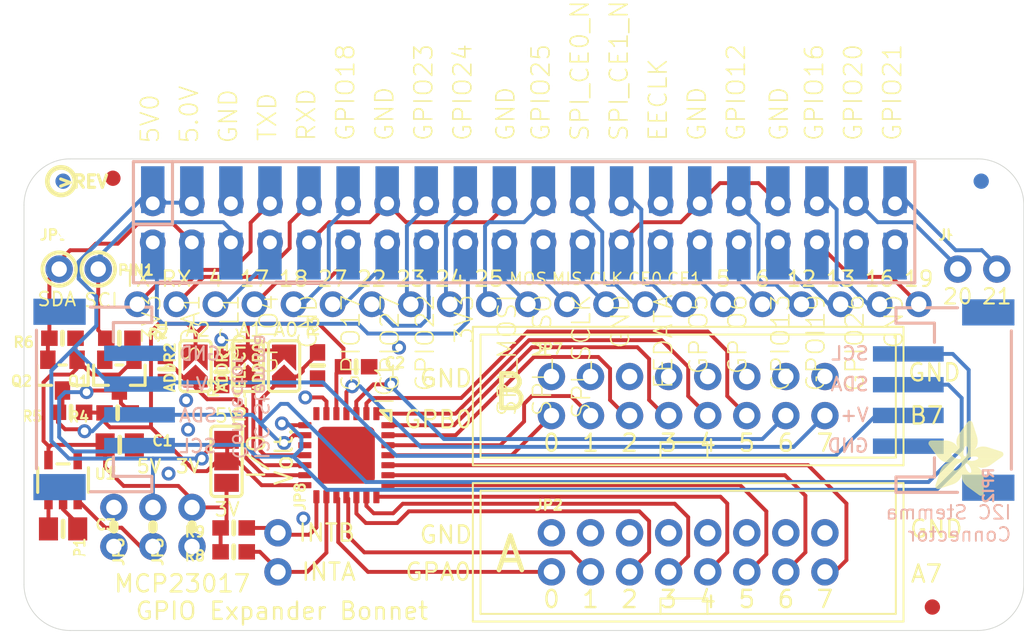
<source format=kicad_pcb>
(kicad_pcb (version 20211014) (generator pcbnew)
  (layers (0 "F.Cu" signal) (31 "B.Cu" signal) (34 "B.Paste" user) (35 "F.Paste" user) (36 "B.SilkS" user "B.Silkscreen") (37 "F.SilkS" user "F.Silkscreen") (38 "B.Mask" user) (39 "F.Mask" user) (44 "Edge.Cuts" user))
  (net 0 "")
  (net 1 "5.0V")
  (net 2 "SDA")
  (net 3 "SCL_3V")
  (net 4 "GPIO4")
  (net 5 "GPIO17")
  (net 6 "GPIO27")
  (net 7 "GPIO22")
  (net 8 "SPI_MOSI")
  (net 9 "SPI_MISO")
  (net 10 "SPI_SCLK")
  (net 11 "GPIO5")
  (net 12 "GPIO6")
  (net 13 "GPIO13")
  (net 14 "GPIO26")
  (net 15 "3.3V")
  (net 16 "GND")
  (net 17 "TXD")
  (net 18 "RXD")
  (net 19 "GPIO24")
  (net 20 "GPIO25")
  (net 21 "SPI_CE0")
  (net 22 "SPI_CE1")
  (net 23 "EECLK")
  (net 24 "GPIO16")
  (net 25 "GPIO20")
  (net 26 "GPIO23")
  (net 27 "EEDATA")
  (net 28 "GPIO12")
  (net 29 "GPA0")
  (net 30 "GPA1")
  (net 31 "GPA2")
  (net 32 "GPA3")
  (net 33 "GPA4")
  (net 34 "GPA5")
  (net 35 "GPA6")
  (net 36 "GPA7")
  (net 37 "GPB0")
  (net 38 "GPB1")
  (net 39 "GPB2")
  (net 40 "GPB3")
  (net 41 "GPB4")
  (net 42 "GPB5")
  (net 43 "GPB6")
  (net 44 "GPB7")
  (net 45 "VCCIO")
  (net 46 "INTA")
  (net 47 "INTB")
  (net 48 "A0")
  (net 49 "A1")
  (net 50 "A2")
  (net 51 "SCL")
  (net 52 "GPIO19")
  (net 53 "GPIO21")
  (net 54 "GPIO18")
  (net 55 "SDA_3V")
  (net 56 "N$1")
  (net 57 "PI_3V")
  (footprint "boardEagle:FIDUCIAL_1MM" (layer "F.Cu") (at 121.7796 90.9333)
    (fp_text reference "FID1" hide)
    (fp_text value "FIDUCIAL_1MM" hide)
  )
  (footprint "boardEagle:SOT23-5" (layer "F.Cu") (at 118.5411 110.5548)
    (fp_text reference "U1")
    (fp_text value "")
  )
  (footprint "boardEagle:PCBFEAT-REV-040" (layer "F.Cu") (at 118.4141 91.1238)
    (fp_text reference "U$13" hide)
    (fp_text value "" hide)
  )
  (footprint "boardEagle:0603-NO" (layer "F.Cu") (at 122.0891 106.1868 180)
    (fp_text reference "R4")
    (fp_text value "10K")
  )
  (footprint "boardEagle:SOT23-WIDE" (layer "F.Cu") (at 122.2011 103.7338 180)
    (fp_text reference "Q1")
    (fp_text value "BSS138")
  )
  (footprint "boardEagle:0603-NO" (layer "F.Cu") (at 129.6321 115.2198 180)
    (fp_text reference "R8")
    (fp_text value "10K")
  )
  (footprint "boardEagle:1X02_ROUND" (layer "F.Cu") (at 126.9231 113.6028 90)
    (fp_text reference "JP3")
    (fp_text value "")
  )
  (footprint "boardEagle:1X02_ROUND" (layer "F.Cu") (at 119.5571 96.8388)
    (fp_text reference "JP9")
    (fp_text value "")
  )
  (footprint "boardEagle:SOLDERJUMPER_2WAY_OPEN_NOPASTE" (layer "F.Cu") (at 129.1671 109.3388 -90)
    (fp_text reference "VIO_SELECT0")
    (fp_text value "")
  )
  (footprint "boardEagle:PI_BONNET_2STEMMA_SMT" (layer "F.Cu") (at 116.0011 120.3338)
    (fp_text reference "RPI2")
    (fp_text value "PIBONNET_STEMMA_2STEMMA_SMTTHM")
    (fp_line (start 0 -27.6604) (end 0 -3) (layer "Edge.Cuts") (width 0.05))
    (fp_line (start 3 0) (end 62 0) (layer "Edge.Cuts") (width 0.05))
    (fp_line (start 65 -3) (end 65 -27.6604) (layer "Edge.Cuts") (width 0.05))
    (fp_line (start 62 -30.6604) (end 3 -30.6604) (layer "Edge.Cuts") (width 0.05))
    (fp_arc (start 62 -30.6604) (mid 64.12132 -29.78172) (end 65 -27.6604) (layer "Edge.Cuts") (width 0.05))
    (fp_arc (start 0 -27.6604) (mid 0.87868 -29.78172) (end 3 -30.6604) (layer "Edge.Cuts") (width 0.05))
    (fp_arc (start 3 0) (mid 0.87868 -0.87868) (end 0 -3) (layer "Edge.Cuts") (width 0.05))
    (fp_arc (start 65 -3) (mid 64.12132 -0.87868) (end 62 0) (layer "Edge.Cuts") (width 0.05))
  )
  (footprint "boardEagle:1X02_ROUND" (layer "F.Cu") (at 177.9771 96.8388)
    (fp_text reference "JP5")
    (fp_text value "")
  )
  (footprint "boardEagle:0603-NO" (layer "F.Cu") (at 119.0571 106.1498 180)
    (fp_text reference "R5")
    (fp_text value "10K")
  )
  (footprint "boardEagle:2X08_SHROUDED" (layer "F.Cu") (at 159.1811 105.0938)
    (fp_text reference "JP7")
    (fp_text value "")
  )
  (footprint "boardEagle:1X02_ROUND" (layer "F.Cu") (at 132.5111 115.2538 -90)
    (fp_text reference "JP8")
    (fp_text value "")
  )
  (footprint "boardEagle:ADAFRUIT_5MM" (layer "F.Cu") (at 174.8021 111.5708)
    (fp_text reference "U$12" hide)
    (fp_text value "" hide)
  )
  (footprint "boardEagle:2X08_SHROUDED" (layer "F.Cu") (at 159.1811 115.2538)
    (fp_text reference "JP2")
    (fp_text value "")
  )
  (footprint "boardEagle:0603-NO" (layer "F.Cu") (at 135.0831 103.1078 90)
    (fp_text reference "R3")
    (fp_text value "10K")
  )
  (footprint "boardEagle:0603-NO" (layer "F.Cu") (at 128.8521 103.5238 -90)
    (fp_text reference "R2")
    (fp_text value "10K")
  )
  (footprint "boardEagle:SOT23-WIDE" (layer "F.Cu") (at 118.5011 103.7338 180)
    (fp_text reference "Q2")
    (fp_text value "BSS138")
  )
  (footprint "boardEagle:0805-NO" (layer "F.Cu") (at 122.2241 108.2688)
    (fp_text reference "C1")
    (fp_text value "10uF")
  )
  (footprint "boardEagle:SOLDERJUMPER_ARROW_NOPASTE" (layer "F.Cu") (at 127.1521 103.1428 90)
    (fp_text reference "ADDR2")
    (fp_text value "")
  )
  (footprint "boardEagle:0603-NO" (layer "F.Cu") (at 125.1921 103.3348 90)
    (fp_text reference "R1")
    (fp_text value "10K")
  )
  (footprint "boardEagle:0805-NO" (layer "F.Cu") (at 118.5411 113.7298)
    (fp_text reference "C3")
    (fp_text value "10uF")
  )
  (footprint "boardEagle:0603-NO" (layer "F.Cu") (at 118.5011 101.3338 180)
    (fp_text reference "R6")
    (fp_text value "10K")
  )
  (footprint "boardEagle:1X21_ROUND_70MIL" (layer "F.Cu") (at 148.7671 99.1248)
    (fp_text reference "PIN1")
    (fp_text value "HEADER-1X21")
  )
  (footprint "boardEagle:FIDUCIAL_1MM" (layer "F.Cu") (at 175.0561 118.8098)
    (fp_text reference "FID2" hide)
    (fp_text value "FIDUCIAL_1MM" hide)
  )
  (footprint "boardEagle:0603-NO" (layer "F.Cu") (at 129.6321 113.6658 180)
    (fp_text reference "R9")
    (fp_text value "10K")
  )
  (footprint "boardEagle:SOLDERJUMPER_ARROW_NOPASTE" (layer "F.Cu") (at 130.5521 103.1428 90)
    (fp_text reference "ADDR1")
    (fp_text value "")
  )
  (footprint "boardEagle:SOLDERJUMPER_ARROW_NOPASTE" (layer "F.Cu") (at 132.9091 103.1428 90)
    (fp_text reference "ADDR0")
    (fp_text value "")
  )
  (footprint "boardEagle:0603-NO" (layer "F.Cu") (at 122.2011 101.3338)
    (fp_text reference "R7")
    (fp_text value "10K")
  )
  (footprint "boardEagle:1X02_ROUND" (layer "F.Cu") (at 124.3831 113.6028 90)
    (fp_text reference "JP6")
    (fp_text value "")
  )
  (footprint "boardEagle:QFN28-ML_6X6MM" (layer "F.Cu") (at 136.9601 108.9388 -90)
    (fp_text reference "IC1")
    (fp_text value "MCP23017ML")
  )
  (footprint "boardEagle:0603-NO" (layer "F.Cu") (at 137.5911 103.1888)
    (fp_text reference "C2")
    (fp_text value "0.1uF")
  )
  (footprint "boardEagle:1X02_ROUND" (layer "F.Cu") (at 121.8431 113.6028 90)
    (fp_text reference "JP1")
    (fp_text value "")
  )
  (gr_line (start 124.3831 113.7298) (end 124.3831 113.4758) (layer "F.SilkS") (width 0.6096))
  (gr_circle (center 118.2871 96.8388) (end 119.372187 96.8388) (layer "F.SilkS") (width 0.254) (fill none))
  (gr_line (start 126.9231 113.7298) (end 126.9231 113.4758) (layer "F.SilkS") (width 0.6096))
  (gr_line (start 121.8431 113.7298) (end 121.8431 113.4758) (layer "F.SilkS") (width 0.6096))
  (gr_circle (center 120.8271 96.8388) (end 121.919593 96.8388) (layer "F.SilkS") (width 0.254) (fill none))
  (gr_text "I2C Stemma\nConnector" (at 129.4631 109.2848 -90) (layer "B.SilkS") (effects (font (size 0.89408 0.89408) (thickness 0.12192)) (justify left bottom mirror)))
  (gr_text "I2C Stemma\nConnector" (at 180.2631 114.6188) (layer "B.SilkS") (effects (font (size 0.89408 0.89408) (thickness 0.12192)) (justify left bottom mirror)))
  (gr_text "13" (at 169.0871 97.4738) (layer "F.SilkS") (effects (font (size 1.00584 1.00584) (thickness 0.13716))))
  (gr_text "GND" (at 175.3101 113.7298) (layer "F.SilkS") (effects (font (size 1.1176 1.1176) (thickness 0.1524))))
  (gr_text "7" (at 168.0711 118.3018) (layer "F.SilkS") (effects (font (size 1.1176 1.1176) (thickness 0.1524))))
  (gr_text "5" (at 162.9911 118.3018) (layer "F.SilkS") (effects (font (size 1.1176 1.1176) (thickness 0.1524))))
  (gr_text "GPB0" (at 142.9251 106.6178) (layer "F.SilkS") (effects (font (size 1.1176 1.1176) (thickness 0.1524))))
  (gr_text "CE1" (at 158.9271 97.4738) (layer "F.SilkS") (effects (font (size 0.78232 0.78232) (thickness 0.10668))))
  (gr_text "TX" (at 123.3671 97.4738) (layer "F.SilkS") (effects (font (size 1.00584 1.00584) (thickness 0.13716))))
  (gr_text "CE0" (at 156.3871 97.4738) (layer "F.SilkS") (effects (font (size 0.78232 0.78232) (thickness 0.10668))))
  (gr_text "A" (at 147.6241 115.3808) (layer "F.SilkS") (effects (font (size 2.2352 2.2352) (thickness 0.3048))))
  (gr_text "16" (at 171.6271 97.4738) (layer "F.SilkS") (effects (font (size 1.00584 1.00584) (thickness 0.13716))))
  (gr_text "B7" (at 174.6751 106.3638) (layer "F.SilkS") (effects (font (size 1.1176 1.1176) (thickness 0.1524))))
  (gr_text "INTA" (at 135.8131 116.5238) (layer "F.SilkS") (effects (font (size 1.1176 1.1176) (thickness 0.1524))))
  (gr_text "3V" (at 129.2091 112.4598) (layer "F.SilkS") (effects (font (size 0.89408 0.89408) (thickness 0.12192))))
  (gr_text "23" (at 141.1471 97.4738) (layer "F.SilkS") (effects (font (size 1.00584 1.00584) (thickness 0.13716))))
  (gr_text "2" (at 155.3711 108.1418) (layer "F.SilkS") (effects (font (size 1.1176 1.1176) (thickness 0.1524))))
  (gr_text "A0" (at 133.0191 100.7758) (layer "F.SilkS") (effects (font (size 0.89408 0.89408) (thickness 0.12192))))
  (gr_text "B" (at 147.6241 104.8398) (layer "F.SilkS") (effects (font (size 2.2352 2.2352) (thickness 0.3048))))
  (gr_text "GPA0" (at 142.9251 116.5238) (layer "F.SilkS") (effects (font (size 1.1176 1.1176) (thickness 0.1524))))
  (gr_text "4" (at 160.4511 118.3018) (layer "F.SilkS") (effects (font (size 1.1176 1.1176) (thickness 0.1524))))
  (gr_text "20" (at 176.7071 98.6168) (layer "F.SilkS") (effects (font (size 1.00584 1.00584) (thickness 0.13716))))
  (gr_text "RX" (at 125.9071 97.4738) (layer "F.SilkS") (effects (font (size 1.00584 1.00584) (thickness 0.13716))))
  (gr_text "INTB" (at 135.6861 113.9838) (layer "F.SilkS") (effects (font (size 1.1176 1.1176) (thickness 0.1524))))
  (gr_text "22" (at 138.6071 97.4738) (layer "F.SilkS") (effects (font (size 1.00584 1.00584) (thickness 0.13716))))
  (gr_text "7" (at 168.0711 108.1418) (layer "F.SilkS") (effects (font (size 1.1176 1.1176) (thickness 0.1524))))
  (gr_text "6" (at 165.5311 118.3018) (layer "F.SilkS") (effects (font (size 1.1176 1.1176) (thickness 0.1524))))
  (gr_text "5V" (at 129.2091 106.3638) (layer "F.SilkS") (effects (font (size 0.89408 0.89408) (thickness 0.12192))))
  (gr_text "24" (at 143.6871 97.4738) (layer "F.SilkS") (effects (font (size 1.00584 1.00584) (thickness 0.13716))))
  (gr_text "SCL" (at 121.1573 98.8708) (layer "F.SilkS") (effects (font (size 0.89408 0.89408) (thickness 0.12192))))
  (gr_text "5" (at 161.4671 97.4738) (layer "F.SilkS") (effects (font (size 1.00584 1.00584) (thickness 0.13716))))
  (gr_text "5" (at 162.9911 108.1418) (layer "F.SilkS") (effects (font (size 1.1176 1.1176) (thickness 0.1524))))
  (gr_text "A2" (at 127.3041 100.7758) (layer "F.SilkS") (effects (font (size 0.89408 0.89408) (thickness 0.12192))))
  (gr_text "2" (at 155.3711 118.3018) (layer "F.SilkS") (effects (font (size 1.1176 1.1176) (thickness 0.1524))))
  (gr_text "4" (at 160.4511 108.1418) (layer "F.SilkS") (effects (font (size 1.1176 1.1176) (thickness 0.1524))))
  (gr_text "1" (at 152.8311 108.1418) (layer "F.SilkS") (effects (font (size 1.1176 1.1176) (thickness 0.1524))))
  (gr_text "MIS" (at 151.3071 97.4738) (layer "F.SilkS") (effects (font (size 0.78232 0.78232) (thickness 0.10668))))
  (gr_text "27" (at 136.0671 97.4738) (layer "F.SilkS") (effects (font (size 1.00584 1.00584) (thickness 0.13716))))
  (gr_text "MCP23017" (at 126.2881 117.2858) (layer "F.SilkS") (effects (font (size 1.1176 1.1176) (thickness 0.1524))))
  (gr_text "GPIO Expander Bonnet" (at 132.7651 119.0638) (layer "F.SilkS") (effects (font (size 1.1176 1.1176) (thickness 0.1524))))
  (gr_text "3" (at 157.9111 118.3018) (layer "F.SilkS") (effects (font (size 1.1176 1.1176) (thickness 0.1524))))
  (gr_text "18" (at 133.5271 97.4738) (layer "F.SilkS") (effects (font (size 1.00584 1.00584) (thickness 0.13716))))
  (gr_text "1" (at 152.8311 118.3018) (layer "F.SilkS") (effects (font (size 1.1176 1.1176) (thickness 0.1524))))
  (gr_text "I/O\nVolt." (at 132.0031 109.0308 90) (layer "F.SilkS") (effects (font (size 1.1176 1.1176) (thickness 0.1524))))
  (gr_text "17" (at 130.9871 97.4738) (layer "F.SilkS") (effects (font (size 1.00584 1.00584) (thickness 0.13716))))
  (gr_text "25" (at 146.2271 97.4738) (layer "F.SilkS") (effects (font (size 1.00584 1.00584) (thickness 0.13716))))
  (gr_text "0" (at 150.2911 108.1418) (layer "F.SilkS") (effects (font (size 1.1176 1.1176) (thickness 0.1524))))
  (gr_text "19" (at 174.1671 97.4738) (layer "F.SilkS") (effects (font (size 1.00584 1.00584) (thickness 0.13716))))
  (gr_text "G" (at 121.5891 109.6658) (layer "F.SilkS") (effects (font (size 0.87376 0.87376) (thickness 0.14224))))
  (gr_text "3" (at 157.9111 108.1418) (layer "F.SilkS") (effects (font (size 1.1176 1.1176) (thickness 0.1524))))
  (gr_text "GND" (at 143.4331 103.9508) (layer "F.SilkS") (effects (font (size 1.1176 1.1176) (thickness 0.1524))))
  (gr_text "CLK" (at 153.8471 97.4738) (layer "F.SilkS") (effects (font (size 0.78232 0.78232) (thickness 0.10668))))
  (gr_text "GND" (at 175.1831 103.5698) (layer "F.SilkS") (effects (font (size 1.1176 1.1176) (thickness 0.1524))))
  (gr_text "GND" (at 143.4331 114.1108) (layer "F.SilkS") (effects (font (size 1.1176 1.1176) (thickness 0.1524))))
  (gr_text "MOS" (at 148.7671 97.4738) (layer "F.SilkS") (effects (font (size 0.78232 0.78232) (thickness 0.10668))))
  (gr_text "4" (at 128.4471 97.4738) (layer "F.SilkS") (effects (font (size 1.00584 1.00584) (thickness 0.13716))))
  (gr_text "6" (at 164.0071 97.4738) (layer "F.SilkS") (effects (font (size 1.00584 1.00584) (thickness 0.13716))))
  (gr_text "A1" (at 130.7331 100.7758) (layer "F.SilkS") (effects (font (size 0.89408 0.89408) (thickness 0.12192))))
  (gr_text "21" (at 179.2471 98.6168) (layer "F.SilkS") (effects (font (size 1.00584 1.00584) (thickness 0.13716))))
  (gr_text "5V" (at 124.1291 109.6658) (layer "F.SilkS") (effects (font (size 0.87376 0.87376) (thickness 0.14224))))
  (gr_text "SDA" (at 118.1347 98.7946) (layer "F.SilkS") (effects (font (size 0.89408 0.89408) (thickness 0.12192))))
  (gr_text "12" (at 166.5471 97.4738) (layer "F.SilkS") (effects (font (size 1.00584 1.00584) (thickness 0.13716))))
  (gr_text "6" (at 165.5311 108.1418) (layer "F.SilkS") (effects (font (size 1.1176 1.1176) (thickness 0.1524))))
  (gr_text "A7" (at 174.6751 116.6508) (layer "F.SilkS") (effects (font (size 1.1176 1.1176) (thickness 0.1524))))
  (gr_text "3V" (at 126.6691 109.6658) (layer "F.SilkS") (effects (font (size 0.87376 0.87376) (thickness 0.14224))))
  (gr_text "0" (at 150.2911 118.3018) (layer "F.SilkS") (effects (font (size 1.1176 1.1176) (thickness 0.1524))))
  (segment (start 123.567312 114.8728) (end 122.348112 113.6536) (width 0.254) (layer "F.Cu") (net 1))
  (segment (start 117.5911 110.7428) (end 117.5911 111.8549) (width 0.254) (layer "F.Cu") (net 1))
  (segment (start 119.1761 110.5548) (end 117.7791 110.5548) (width 0.254) (layer "F.Cu") (net 1))
  (segment (start 119.4911 110.8698) (end 119.1761 110.5548) (width 0.254) (layer "F.Cu") (net 1))
  (segment (start 127.5581 109.0308) (end 127.5581 109.1578) (width 0.254) (layer "F.Cu") (net 1))
  (segment (start 121.2898 113.6536) (end 119.4911 111.8549) (width 0.254) (layer "F.Cu") (net 1))
  (segment (start 122.348112 113.6536) (end 121.2898 113.6536) (width 0.254) (layer "F.Cu") (net 1))
  (segment (start 119.4911 111.8549) (end 119.4911 110.8698) (width 0.254) (layer "F.Cu") (net 1))
  (segment (start 129.1671 107.9418) (end 128.6471 107.9418) (width 0.254) (layer "F.Cu") (net 1))
  (segment (start 117.7791 110.5548) (end 117.5911 110.7428) (width 0.254) (layer "F.Cu") (net 1))
  (segment (start 128.6471 107.9418) (end 127.5581 109.0308) (width 0.254) (layer "F.Cu") (net 1))
  (segment (start 117.5911 111.8549) (end 117.5911 113.7298) (width 0.254) (layer "F.Cu") (net 1))
  (segment (start 124.3831 114.8728) (end 123.567312 114.8728) (width 0.254) (layer "F.Cu") (net 1))
  (via (at 127.5581 109.1578) (size 0.9064) (drill 0.5) (layers "F.Cu" "B.Cu") (net 1))
  (segment (start 125.2151 92.5208) (end 126.9107 92.5208) (width 0.254) (layer "B.Cu") (net 1))
  (segment (start 124.3707 92.5634) (end 124.3711 92.5638) (width 0.254) (layer "B.Cu") (net 1))
  (segment (start 117.7791 103.4428) (end 117.7791 108.0148) (width 0.254) (layer "B.Cu") (net 1))
  (segment (start 173.4911 106.3538) (end 171.3831 106.3538) (width 0.254) (layer "B.Cu") (net 1))
  (segment (start 140.2073 108.98) (end 135.4321 104.2048) (width 0.254) (layer "B.Cu") (net 1))
  (segment (start 119.5571 96.363) (end 119.5571 97.4738) (width 0.254) (layer "B.Cu") (net 1))
  (segment (start 118.9221 109.1578) (end 117.7791 108.0148) (width 0.254) (layer "B.Cu") (net 1))
  (segment (start 127.5581 109.1578) (end 124.3831 109.1578) (width 0.254) (layer "B.Cu") (net 1))
  (segment (start 124.2437 91.6764) (end 119.5571 96.363) (width 0.254) (layer "B.Cu") (net 1))
  (segment (start 126.9107 91.6764) (end 126.9107 92.5208) (width 0.254) (layer "B.Cu") (net 1))
  (segment (start 119.5571 97.4738) (end 120.7001 98.6168) (width 0.254) (layer "B.Cu") (net 1))
  (segment (start 124.3831 109.1578) (end 124.3831 112.3328) (width 0.254) (layer "B.Cu") (net 1))
  (segment (start 119.2396 101.9823) (end 117.7791 103.4428) (width 0.254) (layer "B.Cu") (net 1))
  (segment (start 171.3831 106.3538) (end 168.7569 108.98) (width 0.254) (layer "B.Cu") (net 1))
  (segment (start 168.7569 108.98) (end 140.2073 108.98) (width 0.254) (layer "B.Cu") (net 1))
  (segment (start 124.3707 91.6764) (end 124.3707 92.5634) (width 0.254) (layer "B.Cu") (net 1))
  (segment (start 120.7001 98.6168) (end 120.7001 100.5218) (width 0.254) (layer "B.Cu") (net 1))
  (segment (start 124.3831 109.1578) (end 118.9221 109.1578) (width 0.254) (layer "B.Cu") (net 1))
  (segment (start 124.3831 112.3328) (end 124.3831 114.8728) (width 0.254) (layer "B.Cu") (net 1))
  (segment (start 126.9107 92.5208) (end 126.9107 92.5634) (width 0.254) (layer "B.Cu") (net 1))
  (segment (start 124.3707 91.6764) (end 125.2151 92.5208) (width 0.254) (layer "B.Cu") (net 1))
  (segment (start 135.4321 104.2048) (end 123.6201 104.2048) (width 0.254) (layer "B.Cu") (net 1))
  (segment (start 123.6201 104.2048) (end 123.5111 104.3138) (width 0.254) (layer "B.Cu") (net 1))
  (segment (start 126.9107 92.5634) (end 126.9111 92.5638) (width 0.254) (layer "B.Cu") (net 1))
  (segment (start 124.3707 91.6764) (end 124.2437 91.6764) (width 0.254) (layer "B.Cu") (net 1))
  (segment (start 123.6201 104.2048) (end 121.4621 104.2048) (width 0.254) (layer "B.Cu") (net 1))
  (segment (start 121.4621 104.2048) (end 119.2396 101.9823) (width 0.254) (layer "B.Cu") (net 1))
  (segment (start 120.7001 100.5218) (end 119.2396 101.9823) (width 0.254) (layer "B.Cu") (net 1))
  (segment (start 119.8111 107.2528) (end 118.6681 107.2528) (width 0.254) (layer "F.Cu") (net 2))
  (segment (start 118.2071 106.1498) (end 118.2071 106.7918) (width 0.254) (layer "F.Cu") (net 2))
  (segment (start 133.5435 107.6388) (end 133.0405 108.1418) (width 0.254) (layer "F.Cu") (net 2))
  (segment (start 133.0405 108.1418) (end 132.9135 108.1418) (width 0.254) (layer "F.Cu") (net 2))
  (segment (start 118.5011 105.8558) (end 118.5011 104.7338) (width 0.254) (layer "F.Cu") (net 2))
  (segment (start 118.2071 106.1498) (end 118.5011 105.8558) (width 0.254) (layer "F.Cu") (net 2))
  (segment (start 118.6681 107.2528) (end 118.2071 106.7918) (width 0.254) (layer "F.Cu") (net 2))
  (segment (start 134.2601 107.6388) (end 133.5435 107.6388) (width 0.254) (layer "F.Cu") (net 2))
  (segment (start 119.9381 107.3798) (end 119.8111 107.2528) (width 0.254) (layer "F.Cu") (net 2))
  (via (at 119.9381 107.3798) (size 0.9064) (drill 0.5) (layers "F.Cu" "B.Cu") (net 2))
  (via (at 132.9135 108.1418) (size 0.9064) (drill 0.5) (layers "F.Cu" "B.Cu") (net 2))
  (segment (start 123.5111 106.3138) (end 130.8315 106.3138) (width 0.254) (layer "B.Cu") (net 2))
  (segment (start 176.9611 105.2208) (end 176.0941 104.3538) (width 0.254) (layer "B.Cu") (net 2))
  (segment (start 131.403 106.8853) (end 130.8315 106.3138) (width 0.254) (layer "B.Cu") (net 2))
  (segment (start 132.6865 105.6018) (end 131.403 106.8853) (width 0.254) (layer "B.Cu") (net 2))
  (segment (start 120.4461 107.3798) (end 119.9381 107.3798) (width 0.254) (layer "B.Cu") (net 2))
  (segment (start 176.9611 105.2208) (end 176.9611 108.5228) (width 0.254) (layer "B.Cu") (net 2))
  (segment (start 132.6595 108.1418) (end 131.403 106.8853) (width 0.254) (layer "B.Cu") (net 2))
  (segment (start 132.6865 105.6018) (end 133.1461 105.6018) (width 0.254) (layer "B.Cu") (net 2))
  (segment (start 132.6595 108.1418) (end 132.9135 108.1418) (width 0.254) (layer "B.Cu") (net 2))
  (segment (start 176.0941 104.3538) (end 173.4911 104.3538) (width 0.254) (layer "B.Cu") (net 2))
  (segment (start 176.9611 108.5228) (end 174.8021 110.6818) (width 0.254) (layer "B.Cu") (net 2))
  (segment (start 174.8021 110.6818) (end 138.2261 110.6818) (width 0.254) (layer "B.Cu") (net 2))
  (segment (start 121.5121 106.3138) (end 120.4461 107.3798) (width 0.254) (layer "B.Cu") (net 2))
  (segment (start 133.1461 105.6018) (end 138.2261 110.6818) (width 0.254) (layer "B.Cu") (net 2))
  (segment (start 123.5111 106.3138) (end 121.5121 106.3138) (width 0.254) (layer "B.Cu") (net 2))
  (segment (start 120.8271 100.8098) (end 120.8271 96.8388) (width 0.254) (layer "F.Cu") (net 3))
  (segment (start 121.3511 101.3338) (end 121.3511 102.6338) (width 0.254) (layer "F.Cu") (net 3))
  (segment (start 121.3511 101.3338) (end 120.8271 100.8098) (width 0.254) (layer "F.Cu") (net 3))
  (segment (start 121.3511 102.6338) (end 121.2511 102.7338) (width 0.254) (layer "F.Cu") (net 3))
  (segment (start 120.8271 96.0768) (end 120.8271 96.8388) (width 0.254) (layer "B.Cu") (net 3))
  (segment (start 128.9551 93.7908) (end 123.1131 93.7908) (width 0.254) (layer "B.Cu") (net 3))
  (segment (start 123.1131 93.7908) (end 120.8271 96.0768) (width 0.254) (layer "B.Cu") (net 3))
  (segment (start 128.9551 93.7908) (end 129.4511 94.2868) (width 0.254) (layer "B.Cu") (net 3))
  (segment (start 129.4511 95.9944) (end 129.4511 95.1038) (width 0.254) (layer "B.Cu") (net 3))
  (segment (start 129.4511 94.2868) (end 129.4511 95.1038) (width 0.254) (layer "B.Cu") (net 3))
  (segment (start 129.4507 95.9944) (end 129.4511 95.9944) (width 0.254) (layer "B.Cu") (net 3))
  (segment (start 129.0821 99.1248) (end 128.4471 99.1248) (width 0.254) (layer "B.Cu") (net 4))
  (segment (start 131.9907 95.9944) (end 131.9907 96.2162) (width 0.254) (layer "B.Cu") (net 4))
  (segment (start 131.9911 95.9944) (end 131.9911 95.1038) (width 0.254) (layer "B.Cu") (net 4))
  (segment (start 131.9907 95.9944) (end 131.9911 95.9944) (width 0.254) (layer "B.Cu") (net 4))
  (segment (start 131.9907 96.2162) (end 129.0821 99.1248) (width 0.254) (layer "B.Cu") (net 4))
  (segment (start 132.3841 97.7278) (end 130.9871 99.1248) (width 0.254) (layer "F.Cu") (net 5))
  (segment (start 137.0711 96.2158) (end 135.5591 97.7278) (width 0.254) (layer "F.Cu") (net 5))
  (segment (start 137.0711 95.1038) (end 137.0711 96.2158) (width 0.254) (layer "F.Cu") (net 5))
  (segment (start 135.5591 97.7278) (end 132.3841 97.7278) (width 0.254) (layer "F.Cu") (net 5))
  (segment (start 137.0707 95.3148) (end 137.0711 95.3148) (width 0.254) (layer "B.Cu") (net 5))
  (segment (start 137.0711 95.3148) (end 137.0711 95.1038) (width 0.254) (layer "B.Cu") (net 5))
  (segment (start 137.0707 95.9944) (end 137.0707 95.3148) (width 0.254) (layer "B.Cu") (net 5))
  (segment (start 136.8291 99.1248) (end 136.0671 99.1248) (width 0.254) (layer "B.Cu") (net 6))
  (segment (start 139.6107 95.1038) (end 139.6111 95.1038) (width 0.254) (layer "B.Cu") (net 6))
  (segment (start 139.6107 96.3432) (end 136.8291 99.1248) (width 0.254) (layer "B.Cu") (net 6))
  (segment (start 139.6107 95.9944) (end 139.6107 95.1038) (width 0.254) (layer "B.Cu") (net 6))
  (segment (start 139.6107 95.9944) (end 139.6107 96.3432) (width 0.254) (layer "B.Cu") (net 6))
  (segment (start 142.1511 95.9944) (end 142.1511 95.9378) (width 0.254) (layer "B.Cu") (net 7))
  (segment (start 138.6071 99.1248) (end 140.0041 100.5218) (width 0.254) (layer "B.Cu") (net 7))
  (segment (start 140.0041 100.5218) (end 141.7821 100.5218) (width 0.254) (layer "B.Cu") (net 7))
  (segment (start 142.3155 99.9884) (end 142.3155 98.640832) (width 0.254) (layer "B.Cu") (net 7))
  (segment (start 142.1507 95.9944) (end 142.1511 95.9944) (width 0.254) (layer "B.Cu") (net 7))
  (segment (start 142.2901 96.8388) (end 142.6711 96.4578) (width 0.254) (layer "B.Cu") (net 7))
  (segment (start 142.6711 96.4578) (end 142.1511 95.9378) (width 0.254) (layer "B.Cu") (net 7))
  (segment (start 142.3155 98.640832) (end 142.2901 98.615432) (width 0.254) (layer "B.Cu") (net 7))
  (segment (start 141.7821 100.5218) (end 142.3155 99.9884) (width 0.254) (layer "B.Cu") (net 7))
  (segment (start 142.1511 95.9378) (end 142.1511 95.1038) (width 0.254) (layer "B.Cu") (net 7))
  (segment (start 142.2901 98.615432) (end 142.2901 96.8388) (width 0.254) (layer "B.Cu") (net 7))
  (segment (start 147.2307 97.5884) (end 148.7671 99.1248) (width 0.254) (layer "B.Cu") (net 8))
  (segment (start 147.2307 95.9944) (end 147.2307 97.5884) (width 0.254) (layer "B.Cu") (net 8))
  (segment (start 147.2307 95.9944) (end 147.2311 95.9944) (width 0.254) (layer "B.Cu") (net 8))
  (segment (start 147.2311 95.9944) (end 147.2311 95.1038) (width 0.254) (layer "B.Cu") (net 8))
  (segment (start 149.7711 95.9944) (end 149.7711 95.1038) (width 0.254) (layer "B.Cu") (net 9))
  (segment (start 149.7707 95.9944) (end 149.7707 97.5884) (width 0.254) (layer "B.Cu") (net 9))
  (segment (start 149.7707 95.9944) (end 149.7711 95.9944) (width 0.254) (layer "B.Cu") (net 9))
  (segment (start 149.7707 97.5884) (end 151.3071 99.1248) (width 0.254) (layer "B.Cu") (net 9))
  (segment (start 152.3107 95.9944) (end 152.3107 97.5884) (width 0.254) (layer "B.Cu") (net 10))
  (segment (start 152.3111 95.9944) (end 152.3111 95.1038) (width 0.254) (layer "B.Cu") (net 10))
  (segment (start 152.3107 95.9944) (end 152.3111 95.9944) (width 0.254) (layer "B.Cu") (net 10))
  (segment (start 152.3107 97.5884) (end 153.8471 99.1248) (width 0.254) (layer "B.Cu") (net 10))
  (segment (start 159.9307 97.5884) (end 161.4671 99.1248) (width 0.254) (layer "B.Cu") (net 11))
  (segment (start 159.9307 95.9944) (end 159.9307 97.5884) (width 0.254) (layer "B.Cu") (net 11))
  (segment (start 159.9307 95.9944) (end 159.9307 95.1042) (width 0.254) (layer "B.Cu") (net 11))
  (segment (start 159.9307 95.1042) (end 159.9311 95.1038) (width 0.254) (layer "B.Cu") (net 11))
  (segment (start 162.4707 97.5884) (end 164.0071 99.1248) (width 0.254) (layer "B.Cu") (net 12))
  (segment (start 162.4707 95.9944) (end 162.4707 95.1042) (width 0.254) (layer "B.Cu") (net 12))
  (segment (start 162.4707 95.1042) (end 162.4711 95.1038) (width 0.254) (layer "B.Cu") (net 12))
  (segment (start 162.4707 95.9944) (end 162.4707 97.5884) (width 0.254) (layer "B.Cu") (net 12))
  (segment (start 168.326468 99.1248) (end 167.158068 97.9564) (width 0.254) (layer "B.Cu") (net 13))
  (segment (start 168.326468 99.1248) (end 169.0871 99.1248) (width 0.254) (layer "B.Cu") (net 13))
  (segment (start 165.0107 95.9944) (end 165.0107 96.207375) (width 0.254) (layer "B.Cu") (net 13))
  (segment (start 166.759725 97.9564) (end 165.0107 96.207375) (width 0.254) (layer "B.Cu") (net 13))
  (segment (start 165.0107 95.1042) (end 165.0111 95.1038) (width 0.254) (layer "B.Cu") (net 13))
  (segment (start 166.759725 97.9564) (end 167.158068 97.9564) (width 0.254) (layer "B.Cu") (net 13))
  (segment (start 165.0107 95.9944) (end 165.0107 95.1042) (width 0.254) (layer "B.Cu") (net 13))
  (segment (start 170.0911 95.994) (end 170.0911 95.1038) (width 0.254) (layer "B.Cu") (net 14))
  (segment (start 170.0907 95.9944) (end 170.0911 95.994) (width 0.254) (layer "B.Cu") (net 14))
  (segment (start 117.2711 104.2048) (end 117.7791 103.6968) (width 0.254) (layer "F.Cu") (net 15))
  (segment (start 123.0511 102.6338) (end 123.1511 102.7338) (width 0.254) (layer "F.Cu") (net 15))
  (segment (start 119.4511 102.7338) (end 120.4141 103.6968) (width 0.254) (layer "F.Cu") (net 15))
  (segment (start 121.2741 109.7318) (end 122.4781 110.9358) (width 0.254) (layer "F.Cu") (net 15))
  (segment (start 117.2711 108.0148) (end 117.2711 104.2048) (width 0.254) (layer "F.Cu") (net 15))
  (segment (start 126.9231 112.3328) (end 129.0401 112.3328) (width 0.254) (layer "F.Cu") (net 15))
  (segment (start 117.5911 108.4568) (end 117.5911 109.2547) (width 0.254) (layer "F.Cu") (net 15))
  (segment (start 126.0341 110.9358) (end 126.9231 111.8248) (width 0.254) (layer "F.Cu") (net 15))
  (segment (start 117.6521 108.3958) (end 117.7791 108.2688) (width 0.254) (layer "F.Cu") (net 15))
  (segment (start 128.7821 113.6658) (end 128.7821 115.2198) (width 0.254) (layer "F.Cu") (net 15))
  (segment (start 129.1671 113.2808) (end 128.7821 113.6658) (width 0.254) (layer "F.Cu") (net 15))
  (segment (start 117.6521 108.3958) (end 117.2711 108.0148) (width 0.254) (layer "F.Cu") (net 15))
  (segment (start 119.4141 103.3318) (end 119.4141 102.6968) (width 0.254) (layer "F.Cu") (net 15))
  (segment (start 129.0401 112.3328) (end 129.1671 112.2058) (width 0.254) (layer "F.Cu") (net 15))
  (segment (start 119.3511 101.3338) (end 119.3511 102.6338) (width 0.254) (layer "F.Cu") (net 15))
  (segment (start 129.1671 110.7358) (end 129.1671 112.2058) (width 0.254) (layer "F.Cu") (net 15))
  (segment (start 122.4781 110.9358) (end 126.0341 110.9358) (width 0.254) (layer "F.Cu") (net 15))
  (segment (start 117.7791 103.6968) (end 119.0491 103.6968) (width 0.254) (layer "F.Cu") (net 15))
  (segment (start 126.9231 111.8248) (end 126.9231 112.3328) (width 0.254) (layer "F.Cu") (net 15))
  (segment (start 117.5911 108.4568) (end 117.6521 108.3958) (width 0.254) (layer "F.Cu") (net 15))
  (segment (start 126.9231 112.3328) (end 126.9231 114.8728) (width 0.254) (layer "F.Cu") (net 15))
  (segment (start 121.2741 108.2688) (end 121.2741 108.3348) (width 0.254) (layer "F.Cu") (net 15))
  (segment (start 117.7791 108.2688) (end 121.2741 108.2688) (width 0.254) (layer "F.Cu") (net 15))
  (segment (start 119.3511 102.6338) (end 119.4141 102.6968) (width 0.254) (layer "F.Cu") (net 15))
  (segment (start 123.0511 101.3338) (end 123.0511 102.6338) (width 0.254) (layer "F.Cu") (net 15))
  (segment (start 119.0491 103.6968) (end 119.4141 103.3318) (width 0.254) (layer "F.Cu") (net 15))
  (segment (start 119.4141 102.6968) (end 119.4511 102.7338) (width 0.254) (layer "F.Cu") (net 15))
  (segment (start 129.1671 112.2058) (end 129.1671 113.2808) (width 0.254) (layer "F.Cu") (net 15))
  (segment (start 120.4141 103.6968) (end 122.1881 103.6968) (width 0.254) (layer "F.Cu") (net 15))
  (segment (start 121.2741 108.2688) (end 121.2741 109.7318) (width 0.254) (layer "F.Cu") (net 15))
  (segment (start 122.1881 103.6968) (end 123.1511 102.7338) (width 0.254) (layer "F.Cu") (net 15))
  (segment (start 147.2311 92.7868) (end 147.2311 92.5638) (width 0.254) (layer "F.Cu") (net 16))
  (segment (start 118.5411 111.8549) (end 118.5411 112.4598) (width 0.254) (layer "F.Cu") (net 16))
  (segment (start 119.4911 113.4098) (end 119.4911 113.7298) (width 0.254) (layer "F.Cu") (net 16))
  (segment (start 158.7041 93.7908) (end 159.9311 92.5638) (width 0.254) (layer "F.Cu") (net 16))
  (segment (start 139.6111 92.6598) (end 139.6111 92.5638) (width 0.254) (layer "F.Cu") (net 16))
  (segment (start 165.0111 92.5088) (end 165.0111 92.5638) (width 0.254) (layer "F.Cu") (net 16))
  (segment (start 135.403843 105.183) (end 134.2891 105.183) (width 0.254) (layer "F.Cu") (net 16))
  (segment (start 128.8521 101.4562) (end 128.8281 101.4322) (width 0.254) (layer "F.Cu") (net 16))
  (segment (start 146.2271 93.7908) (end 147.2311 92.7868) (width 0.254) (layer "F.Cu") (net 16))
  (segment (start 135.6673 105.446457) (end 135.6673 106.2316) (width 0.254) (layer "F.Cu") (net 16))
  (segment (start 140.8381 93.7908) (end 146.2271 93.7908) (width 0.254) (layer "F.Cu") (net 16))
  (segment (start 156.1641 93.7908) (end 158.7041 93.7908) (width 0.254) (layer "F.Cu") (net 16))
  (segment (start 139.6111 92.5638) (end 140.8381 93.7908) (width 0.254) (layer "F.Cu") (net 16))
  (segment (start 134.5311 95.1038) (end 135.8441 93.7908) (width 0.254) (layer "F.Cu") (net 16))
  (segment (start 135.8441 93.7908) (end 138.4801 93.7908) (width 0.254) (layer "F.Cu") (net 16))
  (segment (start 154.8511 95.1038) (end 156.1641 93.7908) (width 0.254) (layer "F.Cu") (net 16))
  (segment (start 135.6673 105.446457) (end 135.403843 105.183) (width 0.254) (layer "F.Cu") (net 16))
  (segment (start 161.2441 91.2508) (end 163.7531 91.2508) (width 0.254) (layer "F.Cu") (net 16))
  (segment (start 159.9311 92.5638) (end 161.2441 91.2508) (width 0.254) (layer "F.Cu") (net 16))
  (segment (start 118.5411 112.4598) (end 119.4911 113.4098) (width 0.254) (layer "F.Cu") (net 16))
  (segment (start 135.6601 106.2388) (end 135.6673 106.2316) (width 0.254) (layer "F.Cu") (net 16))
  (segment (start 163.7531 91.2508) (end 165.0111 92.5088) (width 0.254) (layer "F.Cu") (net 16))
  (segment (start 128.8521 101.4562) (end 128.8521 102.6738) (width 0.254) (layer "F.Cu") (net 16))
  (segment (start 138.4801 93.7908) (end 139.6111 92.6598) (width 0.254) (layer "F.Cu") (net 16))
  (via (at 134.1621 113.057) (size 0.9064) (drill 0.5) (layers "F.Cu" "B.Cu") (net 16))
  (via (at 140.3851 101.9402) (size 0.9064) (drill 0.5) (layers "F.Cu" "B.Cu") (net 16))
  (via (at 125.3991 110.136) (size 0.9064) (drill 0.5) (layers "F.Cu" "B.Cu") (net 16))
  (via (at 134.2891 105.183) (size 0.9064) (drill 0.5) (layers "F.Cu" "B.Cu") (net 16))
  (via (at 128.8281 101.4322) (size 0.9064) (drill 0.5) (layers "F.Cu" "B.Cu") (net 16))
  (via (at 126.6691 107.2742) (size 0.9064) (drill 0.5) (layers "F.Cu" "B.Cu") (net 16))
  (via (at 126.5421 105.3692) (size 0.9064) (drill 0.5) (layers "F.Cu" "B.Cu") (net 16))
  (segment (start 134.5311 95.9944) (end 134.5311 95.1038) (width 0.254) (layer "B.Cu") (net 16))
  (segment (start 134.5307 95.9944) (end 134.5311 95.9944) (width 0.254) (layer "B.Cu") (net 16))
  (segment (start 130.7331 93.8218) (end 130.7331 95.6958) (width 0.254) (layer "F.Cu") (net 17))
  (segment (start 129.5393 96.8896) (end 127.495718 96.8896) (width 0.254) (layer "F.Cu") (net 17))
  (segment (start 126.657518 97.7278) (end 124.7641 97.7278) (width 0.254) (layer "F.Cu") (net 17))
  (segment (start 130.7331 95.6958) (end 129.5393 96.8896) (width 0.254) (layer "F.Cu") (net 17))
  (segment (start 131.9911 92.5638) (end 130.7331 93.8218) (width 0.254) (layer "F.Cu") (net 17))
  (segment (start 127.495718 96.8896) (end 126.657518 97.7278) (width 0.254) (layer "F.Cu") (net 17))
  (segment (start 124.7641 97.7278) (end 123.3671 99.1248) (width 0.254) (layer "F.Cu") (net 17))
  (segment (start 131.9907 92.5634) (end 131.9911 92.5638) (width 0.254) (layer "B.Cu") (net 17))
  (segment (start 131.9907 91.6764) (end 131.9907 92.5634) (width 0.254) (layer "B.Cu") (net 17))
  (segment (start 133.2731 93.8218) (end 133.2731 95.474169) (width 0.254) (layer "F.Cu") (net 18))
  (segment (start 131.400468 97.3468) (end 127.6851 97.3468) (width 0.254) (layer "F.Cu") (net 18))
  (segment (start 134.5311 92.5638) (end 133.2731 93.8218) (width 0.254) (layer "F.Cu") (net 18))
  (segment (start 133.2731 95.474169) (end 131.400468 97.3468) (width 0.254) (layer "F.Cu") (net 18))
  (segment (start 127.6851 97.3468) (end 125.9071 99.1248) (width 0.254) (layer "F.Cu") (net 18))
  (segment (start 134.9241 91.6764) (end 134.9241 92.5638) (width 0.254) (layer "B.Cu") (net 18))
  (segment (start 134.9241 92.5638) (end 134.5311 92.5638) (width 0.254) (layer "B.Cu") (net 18))
  (segment (start 134.5307 91.6764) (end 134.9241 91.6764) (width 0.254) (layer "B.Cu") (net 18))
  (segment (start 143.4331 94.0448) (end 143.4331 98.8708) (width 0.254) (layer "B.Cu") (net 19))
  (segment (start 144.6907 92.7872) (end 143.4331 94.0448) (width 0.254) (layer "B.Cu") (net 19))
  (segment (start 144.6907 91.6764) (end 144.6911 91.6764) (width 0.254) (layer "B.Cu") (net 19))
  (segment (start 144.6907 91.6764) (end 144.6907 92.7872) (width 0.254) (layer "B.Cu") (net 19))
  (segment (start 143.4331 98.8708) (end 143.6871 99.1248) (width 0.254) (layer "B.Cu") (net 19))
  (segment (start 144.6911 91.6764) (end 144.6911 92.5638) (width 0.254) (layer "B.Cu") (net 19))
  (segment (start 148.5131 93.7908) (end 146.2271 93.7908) (width 0.254) (layer "B.Cu") (net 20))
  (segment (start 149.7707 91.6764) (end 149.7711 91.6764) (width 0.254) (layer "B.Cu") (net 20))
  (segment (start 149.7711 91.6764) (end 149.7711 92.5638) (width 0.254) (layer "B.Cu") (net 20))
  (segment (start 145.9731 94.0448) (end 145.9731 98.8708) (width 0.254) (layer "B.Cu") (net 20))
  (segment (start 149.7707 91.6764) (end 149.7707 92.5332) (width 0.254) (layer "B.Cu") (net 20))
  (segment (start 146.2271 93.7908) (end 145.9731 94.0448) (width 0.254) (layer "B.Cu") (net 20))
  (segment (start 149.7707 92.5332) (end 148.5131 93.7908) (width 0.254) (layer "B.Cu") (net 20))
  (segment (start 145.9731 98.8708) (end 146.2271 99.1248) (width 0.254) (layer "B.Cu") (net 20))
  (segment (start 155.7521 99.1248) (end 156.3871 99.1248) (width 0.254) (layer "B.Cu") (net 21))
  (segment (start 153.5931 94.4258) (end 153.5931 97.489775) (width 0.254) (layer "B.Cu") (net 21))
  (segment (start 152.3107 92.5638) (end 152.3111 92.5638) (width 0.254) (layer "B.Cu") (net 21))
  (segment (start 153.5931 97.489775) (end 153.951925 97.8486) (width 0.254) (layer "B.Cu") (net 21))
  (segment (start 152.3107 91.6764) (end 152.3107 93.1434) (width 0.254) (layer "B.Cu") (net 21))
  (segment (start 153.951925 97.8486) (end 154.4759 97.8486) (width 0.254) (layer "B.Cu") (net 21))
  (segment (start 154.4759 97.8486) (end 155.7521 99.1248) (width 0.254) (layer "B.Cu") (net 21))
  (segment (start 152.3107 91.6764) (end 152.3107 92.5638) (width 0.254) (layer "B.Cu") (net 21))
  (segment (start 152.3107 93.1434) (end 153.5931 94.4258) (width 0.254) (layer "B.Cu") (net 21))
  (segment (start 156.491925 97.8486) (end 156.8889 97.8486) (width 0.254) (layer "B.Cu") (net 22))
  (segment (start 158.1651 99.1248) (end 158.9271 99.1248) (width 0.254) (layer "B.Cu") (net 22))
  (segment (start 154.8511 91.6764) (end 154.8511 92.5638) (width 0.254) (layer "B.Cu") (net 22))
  (segment (start 154.8507 91.6764) (end 156.1331 92.9588) (width 0.254) (layer "B.Cu") (net 22))
  (segment (start 156.1331 97.489775) (end 156.491925 97.8486) (width 0.254) (layer "B.Cu") (net 22))
  (segment (start 156.1331 92.9588) (end 156.1331 97.489775) (width 0.254) (layer "B.Cu") (net 22))
  (segment (start 154.8507 91.6764) (end 154.8511 91.6764) (width 0.254) (layer "B.Cu") (net 22))
  (segment (start 156.8889 97.8486) (end 158.1651 99.1248) (width 0.254) (layer "B.Cu") (net 22))
  (segment (start 157.3907 92.5634) (end 157.3911 92.5638) (width 0.254) (layer "B.Cu") (net 23))
  (segment (start 157.3907 91.6764) (end 157.3907 92.5634) (width 0.254) (layer "B.Cu") (net 23))
  (segment (start 167.5507 91.6764) (end 168.8331 92.9588) (width 0.254) (layer "B.Cu") (net 24))
  (segment (start 168.8331 92.9588) (end 168.8331 97.489775) (width 0.254) (layer "B.Cu") (net 24))
  (segment (start 168.8331 97.489775) (end 169.191925 97.8486) (width 0.254) (layer "B.Cu") (net 24))
  (segment (start 171.6271 99.1248) (end 171.5001 99.2518) (width 0.254) (layer "B.Cu") (net 24))
  (segment (start 171.5001 99.2518) (end 170.9921 99.2518) (width 0.254) (layer "B.Cu") (net 24))
  (segment (start 169.191925 97.8486) (end 169.5889 97.8486) (width 0.254) (layer "B.Cu") (net 24))
  (segment (start 167.5507 91.6764) (end 167.5511 91.6768) (width 0.254) (layer "B.Cu") (net 24))
  (segment (start 167.5511 91.6768) (end 167.5511 92.5638) (width 0.254) (layer "B.Cu") (net 24))
  (segment (start 170.9921 99.2518) (end 169.5889 97.8486) (width 0.254) (layer "B.Cu") (net 24))
  (segment (start 170.0907 91.6764) (end 170.0907 92.5634) (width 0.254) (layer "B.Cu") (net 25))
  (segment (start 170.0907 92.5634) (end 170.0911 92.5638) (width 0.254) (layer "B.Cu") (net 25))
  (segment (start 173.7861 93.7908) (end 176.7071 96.7118) (width 0.254) (layer "B.Cu") (net 25))
  (segment (start 171.5001 93.7908) (end 173.7861 93.7908) (width 0.254) (layer "B.Cu") (net 25))
  (segment (start 170.0907 92.3814) (end 171.5001 93.7908) (width 0.254) (layer "B.Cu") (net 25))
  (segment (start 176.7071 96.7118) (end 176.7071 96.8388) (width 0.254) (layer "B.Cu") (net 25))
  (segment (start 170.0907 91.6764) (end 170.0907 92.3814) (width 0.254) (layer "B.Cu") (net 25))
  (segment (start 142.1631 92.5638) (end 142.1511 92.5638) (width 0.254) (layer "B.Cu") (net 26))
  (segment (start 142.1507 91.6764) (end 142.1631 91.6764) (width 0.254) (layer "B.Cu") (net 26))
  (segment (start 142.1507 92.7872) (end 140.8931 94.0448) (width 0.254) (layer "B.Cu") (net 26))
  (segment (start 142.1507 91.6764) (end 142.1507 92.7872) (width 0.254) (layer "B.Cu") (net 26))
  (segment (start 140.8931 94.0448) (end 140.8931 98.8708) (width 0.254) (layer "B.Cu") (net 26))
  (segment (start 142.1631 91.6764) (end 142.1631 92.5638) (width 0.254) (layer "B.Cu") (net 26))
  (segment (start 140.8931 98.8708) (end 141.1471 99.1248) (width 0.254) (layer "B.Cu") (net 26))
  (segment (start 157.3907 95.9944) (end 157.3907 95.1042) (width 0.254) (layer "B.Cu") (net 27))
  (segment (start 157.3907 95.1042) (end 157.3911 95.1038) (width 0.254) (layer "B.Cu") (net 27))
  (segment (start 163.7531 93.9178) (end 163.7531 97.489775) (width 0.254) (layer "B.Cu") (net 28))
  (segment (start 162.4707 92.6354) (end 163.7531 93.9178) (width 0.254) (layer "B.Cu") (net 28))
  (segment (start 162.4707 91.6764) (end 162.4707 92.6354) (width 0.254) (layer "B.Cu") (net 28))
  (segment (start 164.111925 97.8486) (end 164.8899 97.8486) (width 0.254) (layer "B.Cu") (net 28))
  (segment (start 162.4707 91.2384) (end 162.4711 91.2388) (width 0.254) (layer "B.Cu") (net 28))
  (segment (start 164.8899 97.8486) (end 166.1661 99.1248) (width 0.254) (layer "B.Cu") (net 28))
  (segment (start 162.4707 91.6764) (end 162.4707 91.2384) (width 0.254) (layer "B.Cu") (net 28))
  (segment (start 162.4711 91.2388) (end 162.4711 92.5638) (width 0.254) (layer "B.Cu") (net 28))
  (segment (start 166.1661 99.1248) (end 166.5471 99.1248) (width 0.254) (layer "B.Cu") (net 28))
  (segment (start 163.7531 97.489775) (end 164.111925 97.8486) (width 0.254) (layer "B.Cu") (net 28))
  (segment (start 136.3101 111.6388) (end 136.4299 111.7586) (width 0.254) (layer "F.Cu") (net 29))
  (segment (start 138.363556 116.5238) (end 150.2911 116.5238) (width 0.254) (layer "F.Cu") (net 29))
  (segment (start 136.4299 111.7586) (end 136.4299 114.590144) (width 0.254) (layer "F.Cu") (net 29))
  (segment (start 138.363556 116.5238) (end 136.4299 114.590144) (width 0.254) (layer "F.Cu") (net 29))
  (segment (start 137.0799 111.7586) (end 137.0799 114.209144) (width 0.254) (layer "F.Cu") (net 30))
  (segment (start 151.5611 115.2538) (end 152.8311 116.5238) (width 0.254) (layer "F.Cu") (net 30))
  (segment (start 138.124556 115.2538) (end 151.5611 115.2538) (width 0.254) (layer "F.Cu") (net 30))
  (segment (start 138.124556 115.2538) (end 137.0799 114.209144) (width 0.254) (layer "F.Cu") (net 30))
  (segment (start 136.9601 111.6388) (end 137.0799 111.7586) (width 0.254) (layer "F.Cu") (net 30))
  (segment (start 156.6411 115.2538) (end 155.3711 116.5238) (width 0.254) (layer "F.Cu") (net 31))
  (segment (start 137.6101 111.6388) (end 137.6101 112.7328) (width 0.254) (layer "F.Cu") (net 31))
  (segment (start 140.2581 113.3488) (end 141.0201 112.5868) (width 0.254) (layer "F.Cu") (net 31))
  (segment (start 137.6101 112.7328) (end 138.2261 113.3488) (width 0.254) (layer "F.Cu") (net 31))
  (segment (start 138.2261 113.3488) (end 140.2581 113.3488) (width 0.254) (layer "F.Cu") (net 31))
  (segment (start 156.6411 113.2218) (end 156.6411 115.2538) (width 0.254) (layer "F.Cu") (net 31))
  (segment (start 156.0061 112.5868) (end 156.6411 113.2218) (width 0.254) (layer "F.Cu") (net 31))
  (segment (start 141.0201 112.5868) (end 156.0061 112.5868) (width 0.254) (layer "F.Cu") (net 31))
  (segment (start 140.6219 112.096) (end 158.3093 112.096) (width 0.254) (layer "F.Cu") (net 32))
  (segment (start 158.3093 112.096) (end 159.1811 112.9678) (width 0.254) (layer "F.Cu") (net 32))
  (segment (start 138.2601 111.6388) (end 138.2601 112.2398) (width 0.254) (layer "F.Cu") (net 32))
  (segment (start 159.1811 112.9678) (end 159.1811 115.5078) (width 0.254) (layer "F.Cu") (net 32))
  (segment (start 159.1811 115.5078) (end 158.1651 116.5238) (width 0.254) (layer "F.Cu") (net 32))
  (segment (start 140.0041 112.7138) (end 140.6219 112.096) (width 0.254) (layer "F.Cu") (net 32))
  (segment (start 158.1651 116.5238) (end 157.9111 116.5238) (width 0.254) (layer "F.Cu") (net 32))
  (segment (start 138.7341 112.7138) (end 140.0041 112.7138) (width 0.254) (layer "F.Cu") (net 32))
  (segment (start 138.2601 112.2398) (end 138.7341 112.7138) (width 0.254) (layer "F.Cu") (net 32))
  (segment (start 161.7211 115.2538) (end 160.4511 116.5238) (width 0.254) (layer "F.Cu") (net 33))
  (segment (start 161.7211 112.0788) (end 161.7211 115.2538) (width 0.254) (layer "F.Cu") (net 33))
  (segment (start 138.9101 111.6388) (end 161.2811 111.6388) (width 0.254) (layer "F.Cu") (net 33))
  (segment (start 161.2811 111.6388) (end 161.7211 112.0788) (width 0.254) (layer "F.Cu") (net 33))
  (segment (start 139.6601 110.8888) (end 162.5631 110.8888) (width 0.254) (layer "F.Cu") (net 34))
  (segment (start 163.1181 116.5238) (end 162.9911 116.5238) (width 0.254) (layer "F.Cu") (net 34))
  (segment (start 164.2611 112.5868) (end 164.2611 115.3808) (width 0.254) (layer "F.Cu") (net 34))
  (segment (start 164.2611 115.3808) (end 163.1181 116.5238) (width 0.254) (layer "F.Cu") (net 34))
  (segment (start 164.2611 112.5868) (end 162.5631 110.8888) (width 0.254) (layer "F.Cu") (net 34))
  (segment (start 139.6601 110.2388) (end 165.4691 110.2388) (width 0.254) (layer "F.Cu") (net 35))
  (segment (start 166.8011 115.2538) (end 165.5311 116.5238) (width 0.254) (layer "F.Cu") (net 35))
  (segment (start 165.4691 110.2388) (end 166.8011 111.5708) (width 0.254) (layer "F.Cu") (net 35))
  (segment (start 166.8011 111.5708) (end 166.8011 115.2538) (width 0.254) (layer "F.Cu") (net 35))
  (segment (start 166.9781 109.5888) (end 169.4681 112.0788) (width 0.254) (layer "F.Cu") (net 36))
  (segment (start 168.7061 116.5238) (end 168.0711 116.5238) (width 0.254) (layer "F.Cu") (net 36))
  (segment (start 139.6601 109.5888) (end 166.9781 109.5888) (width 0.254) (layer "F.Cu") (net 36))
  (segment (start 169.4681 115.7618) (end 168.7061 116.5238) (width 0.254) (layer "F.Cu") (net 36))
  (segment (start 169.4681 112.0788) (end 169.4681 115.7618) (width 0.254) (layer "F.Cu") (net 36))
  (segment (start 147.7161 108.9388) (end 150.2911 106.3638) (width 0.254) (layer "F.Cu") (net 37))
  (segment (start 139.6601 108.9388) (end 147.7161 108.9388) (width 0.254) (layer "F.Cu") (net 37))
  (segment (start 139.6601 108.2888) (end 146.9691 108.2888) (width 0.254) (layer "F.Cu") (net 38))
  (segment (start 146.9691 108.2888) (end 148.5131 106.7448) (width 0.254) (layer "F.Cu") (net 38))
  (segment (start 148.5131 106.7448) (end 148.5131 105.6018) (width 0.254) (layer "F.Cu") (net 38))
  (segment (start 149.0211 105.0938) (end 151.5611 105.0938) (width 0.254) (layer "F.Cu") (net 38))
  (segment (start 148.5131 105.6018) (end 149.0211 105.0938) (width 0.254) (layer "F.Cu") (net 38))
  (segment (start 151.5611 105.0938) (end 152.8311 106.3638) (width 0.254) (layer "F.Cu") (net 38))
  (segment (start 144.0631 107.6388) (end 149.1481 102.5538) (width 0.254) (layer "F.Cu") (net 39))
  (segment (start 155.1171 106.3638) (end 155.3711 106.3638) (width 0.254) (layer "F.Cu") (net 39))
  (segment (start 153.3391 102.5538) (end 154.1011 103.3158) (width 0.254) (layer "F.Cu") (net 39))
  (segment (start 154.1011 105.3478) (end 155.1171 106.3638) (width 0.254) (layer "F.Cu") (net 39))
  (segment (start 139.6601 107.6388) (end 144.0631 107.6388) (width 0.254) (layer "F.Cu") (net 39))
  (segment (start 154.1011 103.3158) (end 154.1011 105.3478) (width 0.254) (layer "F.Cu") (net 39))
  (segment (start 149.1481 102.5538) (end 153.3391 102.5538) (width 0.254) (layer "F.Cu") (net 39))
  (segment (start 139.6601 106.9888) (end 143.9511 106.9888) (width 0.254) (layer "F.Cu") (net 40))
  (segment (start 157.6571 106.3638) (end 157.9111 106.3638) (width 0.254) (layer "F.Cu") (net 40))
  (segment (start 156.6411 105.3478) (end 157.6571 106.3638) (width 0.254) (layer "F.Cu") (net 40))
  (segment (start 156.6411 102.6808) (end 156.6411 105.3478) (width 0.254) (layer "F.Cu") (net 40))
  (segment (start 149.0211 101.9188) (end 155.8791 101.9188) (width 0.254) (layer "F.Cu") (net 40))
  (segment (start 143.9511 106.9888) (end 149.0211 101.9188) (width 0.254) (layer "F.Cu") (net 40))
  (segment (start 155.8791 101.9188) (end 156.6411 102.6808) (width 0.254) (layer "F.Cu") (net 40))
  (segment (start 138.9101 106.2388) (end 144.054518 106.2388) (width 0.254) (layer "F.Cu") (net 41))
  (segment (start 157.4539 101.4616) (end 159.1811 103.1888) (width 0.254) (layer "F.Cu") (net 41))
  (segment (start 159.1811 105.0938) (end 160.4511 106.3638) (width 0.254) (layer "F.Cu") (net 41))
  (segment (start 148.831718 101.4616) (end 157.4539 101.4616) (width 0.254) (layer "F.Cu") (net 41))
  (segment (start 144.054518 106.2388) (end 148.831718 101.4616) (width 0.254) (layer "F.Cu") (net 41))
  (segment (start 159.1811 103.1888) (end 159.1811 105.0938) (width 0.254) (layer "F.Cu") (net 41))
  (segment (start 138.6071 105.2208) (end 144.425937 105.2208) (width 0.254) (layer "F.Cu") (net 42))
  (segment (start 148.743937 100.9028) (end 160.4511 100.9028) (width 0.254) (layer "F.Cu") (net 42))
  (segment (start 161.7211 105.0938) (end 162.9911 106.3638) (width 0.254) (layer "F.Cu") (net 42))
  (segment (start 138.2601 105.5678) (end 138.6071 105.2208) (width 0.254) (layer "F.Cu") (net 42))
  (segment (start 161.7211 102.1728) (end 161.7211 105.0938) (width 0.254) (layer "F.Cu") (net 42))
  (segment (start 144.425937 105.2208) (end 148.743937 100.9028) (width 0.254) (layer "F.Cu") (net 42))
  (segment (start 138.2601 106.2388) (end 138.2601 105.5678) (width 0.254) (layer "F.Cu") (net 42))
  (segment (start 160.4511 100.9028) (end 161.7211 102.1728) (width 0.254) (layer "F.Cu") (net 42))
  (segment (start 138.722518 104.3318) (end 137.6029 105.451419) (width 0.254) (layer "F.Cu") (net 43))
  (segment (start 137.6101 106.2388) (end 137.6029 106.2316) (width 0.254) (layer "F.Cu") (net 43))
  (segment (start 137.6029 105.451419) (end 137.6029 106.2316) (width 0.254) (layer "F.Cu") (net 43))
  (segment (start 139.8771 104.3318) (end 138.722518 104.3318) (width 0.254) (layer "F.Cu") (net 43))
  (via (at 139.8771 104.3318) (size 0.9064) (drill 0.5) (layers "F.Cu" "B.Cu") (net 43))
  (segment (start 143.3061 107.8878) (end 164.0071 107.8878) (width 0.254) (layer "B.Cu") (net 43))
  (segment (start 164.0071 107.8878) (end 165.5311 106.3638) (width 0.254) (layer "B.Cu") (net 43))
  (segment (start 143.3061 107.8878) (end 139.8771 104.4588) (width 0.254) (layer "B.Cu") (net 43))
  (segment (start 139.8771 104.3318) (end 139.8771 104.4588) (width 0.254) (layer "B.Cu") (net 43))
  (segment (start 137.3371 104.4588) (end 136.9601 104.8358) (width 0.254) (layer "F.Cu") (net 44))
  (segment (start 136.9601 106.2388) (end 136.9601 104.8358) (width 0.254) (layer "F.Cu") (net 44))
  (via (at 137.3371 104.4588) (size 0.9064) (drill 0.5) (layers "F.Cu" "B.Cu") (net 44))
  (segment (start 137.8451 104.4588) (end 137.3371 104.4588) (width 0.254) (layer "B.Cu") (net 44))
  (segment (start 166.0391 108.3958) (end 141.7821 108.3958) (width 0.254) (layer "B.Cu") (net 44))
  (segment (start 166.0391 108.3958) (end 168.0711 106.3638) (width 0.254) (layer "B.Cu") (net 44))
  (segment (start 141.7821 108.3958) (end 137.8451 104.4588) (width 0.254) (layer "B.Cu") (net 44))
  (segment (start 136.7681 103.1618) (end 136.7411 103.1888) (width 0.254) (layer "F.Cu") (net 45))
  (segment (start 134.2601 110.8888) (end 131.4481 110.8888) (width 0.254) (layer "F.Cu") (net 45))
  (segment (start 124.2561 107.1258) (end 127.1041 109.9738) (width 0.254) (layer "F.Cu") (net 45))
  (segment (start 136.7681 101.9958) (end 136.7681 103.1618) (width 0.254) (layer "F.Cu") (net 45))
  (segment (start 136.3101 103.6198) (end 136.7411 103.1888) (width 0.254) (layer "F.Cu") (net 45))
  (segment (start 136.3101 106.2388) (end 136.3101 103.6198) (width 0.254) (layer "F.Cu") (net 45))
  (segment (start 121.2391 106.1868) (end 121.239081 106.1868) (width 0.254) (layer "F.Cu") (net 45))
  (segment (start 127.1041 109.9738) (end 127.8971 109.9738) (width 0.254) (layer "F.Cu") (net 45))
  (segment (start 124.2561 107.1258) (end 121.5891 107.1258) (width 0.254) (layer "F.Cu") (net 45))
  (segment (start 130.5521 100.3948) (end 130.5521 102.1268) (width 0.254) (layer "F.Cu") (net 45))
  (segment (start 121.239081 106.1868) (end 119.9071 106.1498) (width 0.254) (layer "F.Cu") (net 45))
  (segment (start 127.1521 101.0548) (end 127.1521 102.1268) (width 0.254) (layer "F.Cu") (net 45))
  (segment (start 135.1671 100.3948) (end 136.7681 101.9958) (width 0.254) (layer "F.Cu") (net 45))
  (segment (start 127.2156 100.9913) (end 127.1521 101.0548) (width 0.254) (layer "F.Cu") (net 45))
  (segment (start 121.5891 107.1258) (end 121.239081 106.775782) (width 0.254) (layer "F.Cu") (net 45))
  (segment (start 131.4481 110.8888) (end 129.8981 109.3388) (width 0.254) (layer "F.Cu") (net 45))
  (segment (start 121.239081 106.775782) (end 121.239081 106.1868) (width 0.254) (layer "F.Cu") (net 45))
  (segment (start 126.6191 100.3948) (end 124.7641 100.3948) (width 0.254) (layer "F.Cu") (net 45))
  (segment (start 124.7641 100.3948) (end 124.2561 100.9028) (width 0.254) (layer "F.Cu") (net 45))
  (segment (start 130.5521 100.3948) (end 135.1671 100.3948) (width 0.254) (layer "F.Cu") (net 45))
  (segment (start 129.1671 109.3388) (end 128.5321 109.3388) (width 0.254) (layer "F.Cu") (net 45))
  (segment (start 127.8121 100.3948) (end 127.2156 100.9913) (width 0.254) (layer "F.Cu") (net 45))
  (segment (start 127.8971 109.9738) (end 128.5321 109.3388) (width 0.254) (layer "F.Cu") (net 45))
  (segment (start 129.8981 109.3388) (end 129.1671 109.3388) (width 0.254) (layer "F.Cu") (net 45))
  (segment (start 127.2156 100.9913) (end 126.6191 100.3948) (width 0.254) (layer "F.Cu") (net 45))
  (segment (start 130.5521 100.3948) (end 127.8121 100.3948) (width 0.254) (layer "F.Cu") (net 45))
  (segment (start 124.2561 100.9028) (end 124.2561 107.1258) (width 0.254) (layer "F.Cu") (net 45))
  (segment (start 132.9091 102.1268) (end 130.5521 102.1268) (width 0.254) (layer "F.Cu") (net 45))
  (segment (start 131.3341 115.2198) (end 132.6381 116.5238) (width 0.254) (layer "F.Cu") (net 46))
  (segment (start 134.4161 116.5238) (end 132.6381 116.5238) (width 0.254) (layer "F.Cu") (net 46))
  (segment (start 131.3341 115.2198) (end 130.4821 115.2198) (width 0.254) (layer "F.Cu") (net 46))
  (segment (start 135.6601 111.6388) (end 135.6601 115.2798) (width 0.254) (layer "F.Cu") (net 46))
  (segment (start 132.6381 116.5238) (end 132.5111 116.5238) (width 0.254) (layer "F.Cu") (net 46))
  (segment (start 135.6601 115.2798) (end 134.4161 116.5238) (width 0.254) (layer "F.Cu") (net 46))
  (segment (start 132.5111 113.9838) (end 132.6381 114.1108) (width 0.254) (layer "F.Cu") (net 47))
  (segment (start 132.1931 113.6658) (end 130.4821 113.6658) (width 0.254) (layer "F.Cu") (net 47))
  (segment (start 135.0101 113.6438) (end 134.5431 114.1108) (width 0.254) (layer "F.Cu") (net 47))
  (segment (start 132.5111 113.9838) (end 132.1931 113.6658) (width 0.254) (layer "F.Cu") (net 47))
  (segment (start 132.6381 114.1108) (end 134.5431 114.1108) (width 0.254) (layer "F.Cu") (net 47))
  (segment (start 135.0101 111.6388) (end 135.0101 113.6438) (width 0.254) (layer "F.Cu") (net 47))
  (segment (start 134.2601 108.9388) (end 131.6571 108.9388) (width 0.254) (layer "F.Cu") (net 48))
  (segment (start 135.0831 102.3586) (end 134.1259 103.3158) (width 0.254) (layer "F.Cu") (net 48))
  (segment (start 132.9091 104.1588) (end 132.5181 104.1588) (width 0.254) (layer "F.Cu") (net 48))
  (segment (start 135.0831 102.3586) (end 135.0831 102.2578) (width 0.254) (layer "F.Cu") (net 48))
  (segment (start 132.9091 104.1588) (end 133.2441 103.8238) (width 0.254) (layer "F.Cu") (net 48))
  (segment (start 133.7811 103.8238) (end 133.2441 103.8238) (width 0.254) (layer "F.Cu") (net 48))
  (segment (start 132.5181 104.1588) (end 132.4106 104.0513) (width 0.254) (layer "F.Cu") (net 48))
  (segment (start 132.4106 104.3053) (end 131.3681 105.3478) (width 0.254) (layer "F.Cu") (net 48))
  (segment (start 132.4106 104.0513) (end 132.4106 104.3053) (width 0.254) (layer "F.Cu") (net 48))
  (segment (start 134.1259 103.479) (end 133.7811 103.8238) (width 0.254) (layer "F.Cu") (net 48))
  (segment (start 131.6571 108.9388) (end 131.3681 108.6498) (width 0.254) (layer "F.Cu") (net 48))
  (segment (start 131.3681 108.6498) (end 131.3681 105.3478) (width 0.254) (layer "F.Cu") (net 48))
  (segment (start 134.1259 103.3158) (end 134.1259 103.479) (width 0.254) (layer "F.Cu") (net 48))
  (segment (start 130.9109 104.5176) (end 130.9109 108.9546) (width 0.254) (layer "F.Cu") (net 49))
  (segment (start 129.0181 104.1588) (end 128.8521 104.3248) (width 0.254) (layer "F.Cu") (net 49))
  (segment (start 130.9109 108.9546) (end 131.5451 109.5888) (width 0.254) (layer "F.Cu") (net 49))
  (segment (start 130.5521 104.1588) (end 130.9109 104.5176) (width 0.254) (layer "F.Cu") (net 49))
  (segment (start 128.8521 104.3248) (end 128.8521 104.3738) (width 0.254) (layer "F.Cu") (net 49))
  (segment (start 130.5521 104.1588) (end 129.0181 104.1588) (width 0.254) (layer "F.Cu") (net 49))
  (segment (start 131.5451 109.5888) (end 134.2601 109.5888) (width 0.254) (layer "F.Cu") (net 49))
  (segment (start 131.548518 110.2388) (end 134.2601 110.2388) (width 0.254) (layer "F.Cu") (net 50))
  (segment (start 125.828875 103.3171) (end 125.7814 103.3171) (width 0.254) (layer "F.Cu") (net 50))
  (segment (start 125.7814 103.3171) (end 125.1921 102.7278) (width 0.254) (layer "F.Cu") (net 50))
  (segment (start 125.1921 102.7278) (end 125.1921 102.4848) (width 0.254) (layer "F.Cu") (net 50))
  (segment (start 126.6231 104.1588) (end 126.0223 103.558) (width 0.254) (layer "F.Cu") (net 50))
  (segment (start 127.1521 104.1588) (end 126.6231 104.1588) (width 0.254) (layer "F.Cu") (net 50))
  (segment (start 126.0223 103.510525) (end 125.828875 103.3171) (width 0.254) (layer "F.Cu") (net 50))
  (segment (start 127.1521 104.1588) (end 127.1521 104.5398) (width 0.254) (layer "F.Cu") (net 50))
  (segment (start 130.4537 109.143982) (end 131.548518 110.2388) (width 0.254) (layer "F.Cu") (net 50))
  (segment (start 126.0223 103.558) (end 126.0223 103.510525) (width 0.254) (layer "F.Cu") (net 50))
  (segment (start 129.7727 105.3018) (end 127.9141 105.3018) (width 0.254) (layer "F.Cu") (net 50))
  (segment (start 130.4537 105.9828) (end 130.4537 109.143982) (width 0.254) (layer "F.Cu") (net 50))
  (segment (start 127.9141 105.3018) (end 127.1521 104.5398) (width 0.254) (layer "F.Cu") (net 50))
  (segment (start 130.4537 105.9828) (end 129.7727 105.3018) (width 0.254) (layer "F.Cu") (net 50))
  (segment (start 122.2011 104.7338) (end 122.3011 104.8338) (width 0.254) (layer "F.Cu") (net 51))
  (segment (start 122.2011 104.7338) (end 120.1711 104.7338) (width 0.254) (layer "F.Cu") (net 51))
  (segment (start 134.2601 106.9888) (end 132.8821 106.9888) (width 0.254) (layer "F.Cu") (net 51))
  (segment (start 132.8821 106.9888) (end 132.7651 106.8718) (width 0.254) (layer "F.Cu") (net 51))
  (segment (start 120.1711 104.7338) (end 120.0651 104.8398) (width 0.254) (layer "F.Cu") (net 51))
  (segment (start 122.3011 105.5488) (end 122.9391 106.1868) (width 0.254) (layer "F.Cu") (net 51))
  (segment (start 122.3011 104.8338) (end 122.3011 105.5488) (width 0.254) (layer "F.Cu") (net 51))
  (via (at 120.0651 104.8398) (size 0.9064) (drill 0.5) (layers "F.Cu" "B.Cu") (net 51))
  (via (at 132.7651 106.8718) (size 0.9064) (drill 0.5) (layers "F.Cu" "B.Cu") (net 51))
  (segment (start 123.1301 108.6948) (end 123.5111 108.3138) (width 0.254) (layer "B.Cu") (net 51))
  (segment (start 133.5271 109.0308) (end 135.6861 111.1898) (width 0.254) (layer "B.Cu") (net 51))
  (segment (start 134.0351 107.7608) (end 134.0351 108.5228) (width 0.254) (layer "B.Cu") (net 51))
  (segment (start 134.0351 108.5228) (end 133.5271 109.0308) (width 0.254) (layer "B.Cu") (net 51))
  (segment (start 177.4183 103.392) (end 177.4183 109.093182) (width 0.254) (layer "B.Cu") (net 51))
  (segment (start 120.0651 104.8398) (end 118.6681 104.8398) (width 0.254) (layer "B.Cu") (net 51))
  (segment (start 123.5561 108.2688) (end 123.5111 108.3138) (width 0.254) (layer "B.Cu") (net 51))
  (segment (start 118.6681 104.8398) (end 118.2871 105.2208) (width 0.254) (layer "B.Cu") (net 51))
  (segment (start 118.2871 105.2208) (end 118.2871 107.7608) (width 0.254) (layer "B.Cu") (net 51))
  (segment (start 132.7651 106.8718) (end 133.1461 106.8718) (width 0.254) (layer "B.Cu") (net 51))
  (segment (start 133.5271 109.0308) (end 131.1141 109.0308) (width 0.254) (layer "B.Cu") (net 51))
  (segment (start 177.4183 103.392) (end 176.3801 102.3538) (width 0.254) (layer "B.Cu") (net 51))
  (segment (start 175.321681 111.1898) (end 135.6861 111.1898) (width 0.254) (layer "B.Cu") (net 51))
  (segment (start 123.1301 108.6948) (end 119.2211 108.6948) (width 0.254) (layer "B.Cu") (net 51))
  (segment (start 133.1461 106.8718) (end 134.0351 107.7608) (width 0.254) (layer "B.Cu") (net 51))
  (segment (start 119.2211 108.6948) (end 118.2871 107.7608) (width 0.254) (layer "B.Cu") (net 51))
  (segment (start 176.3801 102.3538) (end 173.4911 102.3538) (width 0.254) (layer "B.Cu") (net 51))
  (segment (start 131.1141 109.0308) (end 130.3521 108.2688) (width 0.254) (layer "B.Cu") (net 51))
  (segment (start 175.321681 111.1898) (end 177.4183 109.093182) (width 0.254) (layer "B.Cu") (net 51))
  (segment (start 130.3521 108.2688) (end 123.5561 108.2688) (width 0.254) (layer "B.Cu") (net 51))
  (segment (start 167.5511 95.1038) (end 169.7941 97.3468) (width 0.254) (layer "F.Cu") (net 52))
  (segment (start 169.7941 97.3468) (end 172.3891 97.3468) (width 0.254) (layer "F.Cu") (net 52))
  (segment (start 172.3891 97.3468) (end 174.1671 99.1248) (width 0.254) (layer "F.Cu") (net 52))
  (segment (start 167.5511 95.994) (end 167.5511 95.1038) (width 0.254) (layer "B.Cu") (net 52))
  (segment (start 167.5507 95.9944) (end 167.5511 95.994) (width 0.254) (layer "B.Cu") (net 52))
  (segment (start 172.6307 91.6764) (end 172.6307 92.5634) (width 0.254) (layer "B.Cu") (net 53))
  (segment (start 172.6307 92.5634) (end 172.6311 92.5638) (width 0.254) (layer "B.Cu") (net 53))
  (segment (start 179.2471 96.5848) (end 179.2471 96.8388) (width 0.254) (layer "B.Cu") (net 53))
  (segment (start 172.6307 91.6764) (end 176.5691 95.6148) (width 0.254) (layer "B.Cu") (net 53))
  (segment (start 176.5691 95.6148) (end 178.238818 95.6148) (width 0.254) (layer "B.Cu") (net 53))
  (segment (start 178.238818 95.6148) (end 178.257959 95.59566) (width 0.254) (layer "B.Cu") (net 53))
  (segment (start 178.257959 95.59566) (end 179.2471 96.5848) (width 0.254) (layer "B.Cu") (net 53))
  (segment (start 137.0707 91.6764) (end 137.0711 91.6764) (width 0.254) (layer "B.Cu") (net 54))
  (segment (start 134.153275 99.1248) (end 133.5271 99.1248) (width 0.254) (layer "B.Cu") (net 54))
  (segment (start 137.0707 92.7872) (end 135.8131 94.0448) (width 0.254) (layer "B.Cu") (net 54))
  (segment (start 135.8131 97.464975) (end 134.153275 99.1248) (width 0.254) (layer "B.Cu") (net 54))
  (segment (start 135.8131 94.0448) (end 135.8131 97.464975) (width 0.254) (layer "B.Cu") (net 54))
  (segment (start 137.0707 91.6764) (end 137.0707 92.7872) (width 0.254) (layer "B.Cu") (net 54))
  (segment (start 137.0711 91.6764) (end 137.0711 92.5638) (width 0.254) (layer "B.Cu") (net 54))
  (segment (start 120.665818 95.1878) (end 120.238818 95.6148) (width 0.254) (layer "F.Cu") (net 55))
  (segment (start 122.0971 95.1878) (end 120.665818 95.1878) (width 0.254) (layer "F.Cu") (net 55))
  (segment (start 118.2871 96.3308) (end 118.2871 96.8388) (width 0.254) (layer "F.Cu") (net 55))
  (segment (start 119.0031 95.6148) (end 118.4141 96.2038) (width 0.254) (layer "F.Cu") (net 55))
  (segment (start 118.4141 96.2038) (end 118.2871 96.3308) (width 0.254) (layer "F.Cu") (net 55))
  (segment (start 117.6511 97.4748) (end 118.2871 96.8388) (width 0.254) (layer "F.Cu") (net 55))
  (segment (start 125.7251 93.9178) (end 123.3671 93.9178) (width 0.254) (layer "F.Cu") (net 55))
  (segment (start 117.5511 101.4338) (end 117.6511 101.3338) (width 0.254) (layer "F.Cu") (net 55))
  (segment (start 123.3671 93.9178) (end 122.0971 95.1878) (width 0.254) (layer "F.Cu") (net 55))
  (segment (start 120.238818 95.6148) (end 119.0031 95.6148) (width 0.254) (layer "F.Cu") (net 55))
  (segment (start 117.6511 101.3338) (end 117.6511 97.4748) (width 0.254) (layer "F.Cu") (net 55))
  (segment (start 117.5511 102.7338) (end 117.5511 101.4338) (width 0.254) (layer "F.Cu") (net 55))
  (segment (start 125.7251 93.9178) (end 126.9111 95.1038) (width 0.254) (layer "F.Cu") (net 55))
  (segment (start 126.9107 95.1042) (end 126.9111 95.1038) (width 0.254) (layer "B.Cu") (net 55))
  (segment (start 126.9107 95.9944) (end 126.9107 95.1042) (width 0.254) (layer "B.Cu") (net 55))
  (segment (start 129.2091 108.3958) (end 129.2091 108.9038) (width 0.254) (layer "F.Cu") (net 56))
  (segment (start 144.8555 95.9872) (end 144.6911 95.8228) (width 0.254) (layer "B.Cu") (net 57))
  (segment (start 144.6911 95.994) (end 144.6911 95.1038) (width 0.254) (layer "B.Cu") (net 57))
  (segment (start 124.3707 95.9944) (end 124.3707 95.1042) (width 0.254) (layer "B.Cu") (net 57))
  (segment (start 144.0681 101.0298) (end 144.8555 100.2424) (width 0.254) (layer "B.Cu") (net 57))
  (segment (start 144.8555 100.2424) (end 144.8555 96.1592) (width 0.254) (layer "B.Cu") (net 57))
  (segment (start 124.3707 95.9944) (end 124.3707 95.1038) (width 0.254) (layer "B.Cu") (net 57))
  (segment (start 144.0681 101.0298) (end 138.3531 101.0298) (width 0.254) (layer "B.Cu") (net 57))
  (segment (start 144.6907 95.9944) (end 144.6911 95.994) (width 0.254) (layer "B.Cu") (net 57))
  (segment (start 124.6371 100.0138) (end 125.0181 100.3948) (width 0.254) (layer "B.Cu") (net 57))
  (segment (start 125.0181 100.3948) (end 137.7181 100.3948) (width 0.254) (layer "B.Cu") (net 57))
  (segment (start 124.3707 95.1038) (end 124.3711 95.1038) (width 0.254) (layer "B.Cu") (net 57))
  (segment (start 124.6371 96.2608) (end 124.6371 100.0138) (width 0.254) (layer "B.Cu") (net 57))
  (segment (start 124.3707 95.1042) (end 124.3711 95.1038) (width 0.254) (layer "B.Cu") (net 57))
  (segment (start 137.7181 100.3948) (end 138.3531 101.0298) (width 0.254) (layer "B.Cu") (net 57))
  (segment (start 124.3707 95.9944) (end 124.6371 96.2608) (width 0.254) (layer "B.Cu") (net 57))
  (segment (start 144.8555 96.1592) (end 144.8555 95.9872) (width 0.254) (layer "B.Cu") (net 57))
  (segment (start 144.6907 95.9944) (end 144.8555 96.1592) (width 0.254) (layer "B.Cu") (net 57))
)
</source>
